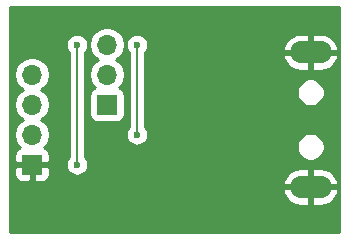
<source format=gbr>
%TF.GenerationSoftware,KiCad,Pcbnew,(5.1.8-0-10_14)*%
%TF.CreationDate,2020-12-28T11:36:20+08:00*%
%TF.ProjectId,HT42B534USB2UART,48543432-4235-4333-9455-534232554152,rev?*%
%TF.SameCoordinates,Original*%
%TF.FileFunction,Copper,L2,Bot*%
%TF.FilePolarity,Positive*%
%FSLAX46Y46*%
G04 Gerber Fmt 4.6, Leading zero omitted, Abs format (unit mm)*
G04 Created by KiCad (PCBNEW (5.1.8-0-10_14)) date 2020-12-28 11:36:20*
%MOMM*%
%LPD*%
G01*
G04 APERTURE LIST*
%TA.AperFunction,ComponentPad*%
%ADD10O,1.700000X1.700000*%
%TD*%
%TA.AperFunction,ComponentPad*%
%ADD11R,1.700000X1.700000*%
%TD*%
%TA.AperFunction,ComponentPad*%
%ADD12O,3.500000X1.900000*%
%TD*%
%TA.AperFunction,ViaPad*%
%ADD13C,0.600000*%
%TD*%
%TA.AperFunction,Conductor*%
%ADD14C,0.152400*%
%TD*%
%TA.AperFunction,Conductor*%
%ADD15C,0.254000*%
%TD*%
%TA.AperFunction,Conductor*%
%ADD16C,0.100000*%
%TD*%
G04 APERTURE END LIST*
D10*
%TO.P,J2,4*%
%TO.N,VDDA*%
X71120000Y-86360000D03*
%TO.P,J2,3*%
%TO.N,/TX*%
X71120000Y-88900000D03*
%TO.P,J2,2*%
%TO.N,/RX*%
X71120000Y-91440000D03*
D11*
%TO.P,J2,1*%
%TO.N,GND*%
X71120000Y-93980000D03*
%TD*%
D10*
%TO.P,J3,3*%
%TO.N,/V33O*%
X77470000Y-83820000D03*
%TO.P,J3,2*%
%TO.N,VDDA*%
X77470000Y-86360000D03*
D11*
%TO.P,J3,1*%
%TO.N,VDD*%
X77470000Y-88900000D03*
%TD*%
D12*
%TO.P,J1,5*%
%TO.N,GND*%
X94700000Y-95870000D03*
X94700000Y-84470000D03*
%TD*%
D13*
%TO.N,GND*%
X85090000Y-90170000D03*
X76200000Y-91440000D03*
%TO.N,VDDA*%
X74930000Y-93980000D03*
X74930000Y-83820000D03*
%TO.N,/V33O*%
X80010000Y-83820000D03*
X80010000Y-91440000D03*
%TD*%
D14*
%TO.N,VDDA*%
X74930000Y-93980000D02*
X74930000Y-83820000D01*
%TO.N,/V33O*%
X80010000Y-83820000D02*
X80010000Y-91440000D01*
%TD*%
D15*
%TO.N,GND*%
X97130001Y-99670000D02*
X69240000Y-99670000D01*
X69240000Y-96242588D01*
X92359414Y-96242588D01*
X92387051Y-96359221D01*
X92511564Y-96644983D01*
X92689434Y-96900962D01*
X92913825Y-97117322D01*
X93176114Y-97285748D01*
X93466222Y-97399768D01*
X93773000Y-97455000D01*
X94573000Y-97455000D01*
X94573000Y-95997000D01*
X94827000Y-95997000D01*
X94827000Y-97455000D01*
X95627000Y-97455000D01*
X95933778Y-97399768D01*
X96223886Y-97285748D01*
X96486175Y-97117322D01*
X96710566Y-96900962D01*
X96888436Y-96644983D01*
X97012949Y-96359221D01*
X97040586Y-96242588D01*
X96920584Y-95997000D01*
X94827000Y-95997000D01*
X94573000Y-95997000D01*
X92479416Y-95997000D01*
X92359414Y-96242588D01*
X69240000Y-96242588D01*
X69240000Y-95497412D01*
X92359414Y-95497412D01*
X92479416Y-95743000D01*
X94573000Y-95743000D01*
X94573000Y-94285000D01*
X94827000Y-94285000D01*
X94827000Y-95743000D01*
X96920584Y-95743000D01*
X97040586Y-95497412D01*
X97012949Y-95380779D01*
X96888436Y-95095017D01*
X96710566Y-94839038D01*
X96486175Y-94622678D01*
X96223886Y-94454252D01*
X95933778Y-94340232D01*
X95627000Y-94285000D01*
X94827000Y-94285000D01*
X94573000Y-94285000D01*
X93773000Y-94285000D01*
X93466222Y-94340232D01*
X93176114Y-94454252D01*
X92913825Y-94622678D01*
X92689434Y-94839038D01*
X92511564Y-95095017D01*
X92387051Y-95380779D01*
X92359414Y-95497412D01*
X69240000Y-95497412D01*
X69240000Y-94830000D01*
X69631928Y-94830000D01*
X69644188Y-94954482D01*
X69680498Y-95074180D01*
X69739463Y-95184494D01*
X69818815Y-95281185D01*
X69915506Y-95360537D01*
X70025820Y-95419502D01*
X70145518Y-95455812D01*
X70270000Y-95468072D01*
X70834250Y-95465000D01*
X70993000Y-95306250D01*
X70993000Y-94107000D01*
X71247000Y-94107000D01*
X71247000Y-95306250D01*
X71405750Y-95465000D01*
X71970000Y-95468072D01*
X72094482Y-95455812D01*
X72214180Y-95419502D01*
X72324494Y-95360537D01*
X72421185Y-95281185D01*
X72500537Y-95184494D01*
X72559502Y-95074180D01*
X72595812Y-94954482D01*
X72608072Y-94830000D01*
X72605000Y-94265750D01*
X72446250Y-94107000D01*
X71247000Y-94107000D01*
X70993000Y-94107000D01*
X69793750Y-94107000D01*
X69635000Y-94265750D01*
X69631928Y-94830000D01*
X69240000Y-94830000D01*
X69240000Y-93130000D01*
X69631928Y-93130000D01*
X69635000Y-93694250D01*
X69793750Y-93853000D01*
X70993000Y-93853000D01*
X70993000Y-93833000D01*
X71247000Y-93833000D01*
X71247000Y-93853000D01*
X72446250Y-93853000D01*
X72605000Y-93694250D01*
X72608072Y-93130000D01*
X72595812Y-93005518D01*
X72559502Y-92885820D01*
X72500537Y-92775506D01*
X72421185Y-92678815D01*
X72324494Y-92599463D01*
X72214180Y-92540498D01*
X72141620Y-92518487D01*
X72273475Y-92386632D01*
X72435990Y-92143411D01*
X72547932Y-91873158D01*
X72605000Y-91586260D01*
X72605000Y-91293740D01*
X72547932Y-91006842D01*
X72435990Y-90736589D01*
X72273475Y-90493368D01*
X72066632Y-90286525D01*
X71892240Y-90170000D01*
X72066632Y-90053475D01*
X72273475Y-89846632D01*
X72435990Y-89603411D01*
X72547932Y-89333158D01*
X72605000Y-89046260D01*
X72605000Y-88753740D01*
X72547932Y-88466842D01*
X72435990Y-88196589D01*
X72273475Y-87953368D01*
X72066632Y-87746525D01*
X71892240Y-87630000D01*
X72066632Y-87513475D01*
X72273475Y-87306632D01*
X72435990Y-87063411D01*
X72547932Y-86793158D01*
X72605000Y-86506260D01*
X72605000Y-86213740D01*
X72547932Y-85926842D01*
X72435990Y-85656589D01*
X72273475Y-85413368D01*
X72066632Y-85206525D01*
X71823411Y-85044010D01*
X71553158Y-84932068D01*
X71266260Y-84875000D01*
X70973740Y-84875000D01*
X70686842Y-84932068D01*
X70416589Y-85044010D01*
X70173368Y-85206525D01*
X69966525Y-85413368D01*
X69804010Y-85656589D01*
X69692068Y-85926842D01*
X69635000Y-86213740D01*
X69635000Y-86506260D01*
X69692068Y-86793158D01*
X69804010Y-87063411D01*
X69966525Y-87306632D01*
X70173368Y-87513475D01*
X70347760Y-87630000D01*
X70173368Y-87746525D01*
X69966525Y-87953368D01*
X69804010Y-88196589D01*
X69692068Y-88466842D01*
X69635000Y-88753740D01*
X69635000Y-89046260D01*
X69692068Y-89333158D01*
X69804010Y-89603411D01*
X69966525Y-89846632D01*
X70173368Y-90053475D01*
X70347760Y-90170000D01*
X70173368Y-90286525D01*
X69966525Y-90493368D01*
X69804010Y-90736589D01*
X69692068Y-91006842D01*
X69635000Y-91293740D01*
X69635000Y-91586260D01*
X69692068Y-91873158D01*
X69804010Y-92143411D01*
X69966525Y-92386632D01*
X70098380Y-92518487D01*
X70025820Y-92540498D01*
X69915506Y-92599463D01*
X69818815Y-92678815D01*
X69739463Y-92775506D01*
X69680498Y-92885820D01*
X69644188Y-93005518D01*
X69631928Y-93130000D01*
X69240000Y-93130000D01*
X69240000Y-83727911D01*
X73995000Y-83727911D01*
X73995000Y-83912089D01*
X74030932Y-84092729D01*
X74101414Y-84262889D01*
X74203738Y-84416028D01*
X74218801Y-84431091D01*
X74218800Y-93368910D01*
X74203738Y-93383972D01*
X74101414Y-93537111D01*
X74030932Y-93707271D01*
X73995000Y-93887911D01*
X73995000Y-94072089D01*
X74030932Y-94252729D01*
X74101414Y-94422889D01*
X74203738Y-94576028D01*
X74333972Y-94706262D01*
X74487111Y-94808586D01*
X74657271Y-94879068D01*
X74837911Y-94915000D01*
X75022089Y-94915000D01*
X75202729Y-94879068D01*
X75372889Y-94808586D01*
X75526028Y-94706262D01*
X75656262Y-94576028D01*
X75758586Y-94422889D01*
X75829068Y-94252729D01*
X75865000Y-94072089D01*
X75865000Y-93887911D01*
X75829068Y-93707271D01*
X75758586Y-93537111D01*
X75656262Y-93383972D01*
X75641200Y-93368910D01*
X75641200Y-88050000D01*
X75981928Y-88050000D01*
X75981928Y-89750000D01*
X75994188Y-89874482D01*
X76030498Y-89994180D01*
X76089463Y-90104494D01*
X76168815Y-90201185D01*
X76265506Y-90280537D01*
X76375820Y-90339502D01*
X76495518Y-90375812D01*
X76620000Y-90388072D01*
X78320000Y-90388072D01*
X78444482Y-90375812D01*
X78564180Y-90339502D01*
X78674494Y-90280537D01*
X78771185Y-90201185D01*
X78850537Y-90104494D01*
X78909502Y-89994180D01*
X78945812Y-89874482D01*
X78958072Y-89750000D01*
X78958072Y-88050000D01*
X78945812Y-87925518D01*
X78909502Y-87805820D01*
X78850537Y-87695506D01*
X78771185Y-87598815D01*
X78674494Y-87519463D01*
X78564180Y-87460498D01*
X78491620Y-87438487D01*
X78623475Y-87306632D01*
X78785990Y-87063411D01*
X78897932Y-86793158D01*
X78955000Y-86506260D01*
X78955000Y-86213740D01*
X78897932Y-85926842D01*
X78785990Y-85656589D01*
X78623475Y-85413368D01*
X78416632Y-85206525D01*
X78242240Y-85090000D01*
X78416632Y-84973475D01*
X78623475Y-84766632D01*
X78785990Y-84523411D01*
X78897932Y-84253158D01*
X78955000Y-83966260D01*
X78955000Y-83727911D01*
X79075000Y-83727911D01*
X79075000Y-83912089D01*
X79110932Y-84092729D01*
X79181414Y-84262889D01*
X79283738Y-84416028D01*
X79298800Y-84431090D01*
X79298801Y-90828909D01*
X79283738Y-90843972D01*
X79181414Y-90997111D01*
X79110932Y-91167271D01*
X79075000Y-91347911D01*
X79075000Y-91532089D01*
X79110932Y-91712729D01*
X79181414Y-91882889D01*
X79283738Y-92036028D01*
X79413972Y-92166262D01*
X79567111Y-92268586D01*
X79737271Y-92339068D01*
X79917911Y-92375000D01*
X80102089Y-92375000D01*
X80211241Y-92353288D01*
X93515000Y-92353288D01*
X93515000Y-92586712D01*
X93560539Y-92815652D01*
X93649866Y-93031308D01*
X93779550Y-93225394D01*
X93944606Y-93390450D01*
X94138692Y-93520134D01*
X94354348Y-93609461D01*
X94583288Y-93655000D01*
X94816712Y-93655000D01*
X95045652Y-93609461D01*
X95261308Y-93520134D01*
X95455394Y-93390450D01*
X95620450Y-93225394D01*
X95750134Y-93031308D01*
X95839461Y-92815652D01*
X95885000Y-92586712D01*
X95885000Y-92353288D01*
X95839461Y-92124348D01*
X95750134Y-91908692D01*
X95620450Y-91714606D01*
X95455394Y-91549550D01*
X95261308Y-91419866D01*
X95045652Y-91330539D01*
X94816712Y-91285000D01*
X94583288Y-91285000D01*
X94354348Y-91330539D01*
X94138692Y-91419866D01*
X93944606Y-91549550D01*
X93779550Y-91714606D01*
X93649866Y-91908692D01*
X93560539Y-92124348D01*
X93515000Y-92353288D01*
X80211241Y-92353288D01*
X80282729Y-92339068D01*
X80452889Y-92268586D01*
X80606028Y-92166262D01*
X80736262Y-92036028D01*
X80838586Y-91882889D01*
X80909068Y-91712729D01*
X80945000Y-91532089D01*
X80945000Y-91347911D01*
X80909068Y-91167271D01*
X80838586Y-90997111D01*
X80736262Y-90843972D01*
X80721200Y-90828910D01*
X80721200Y-87753288D01*
X93515000Y-87753288D01*
X93515000Y-87986712D01*
X93560539Y-88215652D01*
X93649866Y-88431308D01*
X93779550Y-88625394D01*
X93944606Y-88790450D01*
X94138692Y-88920134D01*
X94354348Y-89009461D01*
X94583288Y-89055000D01*
X94816712Y-89055000D01*
X95045652Y-89009461D01*
X95261308Y-88920134D01*
X95455394Y-88790450D01*
X95620450Y-88625394D01*
X95750134Y-88431308D01*
X95839461Y-88215652D01*
X95885000Y-87986712D01*
X95885000Y-87753288D01*
X95839461Y-87524348D01*
X95750134Y-87308692D01*
X95620450Y-87114606D01*
X95455394Y-86949550D01*
X95261308Y-86819866D01*
X95045652Y-86730539D01*
X94816712Y-86685000D01*
X94583288Y-86685000D01*
X94354348Y-86730539D01*
X94138692Y-86819866D01*
X93944606Y-86949550D01*
X93779550Y-87114606D01*
X93649866Y-87308692D01*
X93560539Y-87524348D01*
X93515000Y-87753288D01*
X80721200Y-87753288D01*
X80721200Y-84842588D01*
X92359414Y-84842588D01*
X92387051Y-84959221D01*
X92511564Y-85244983D01*
X92689434Y-85500962D01*
X92913825Y-85717322D01*
X93176114Y-85885748D01*
X93466222Y-85999768D01*
X93773000Y-86055000D01*
X94573000Y-86055000D01*
X94573000Y-84597000D01*
X94827000Y-84597000D01*
X94827000Y-86055000D01*
X95627000Y-86055000D01*
X95933778Y-85999768D01*
X96223886Y-85885748D01*
X96486175Y-85717322D01*
X96710566Y-85500962D01*
X96888436Y-85244983D01*
X97012949Y-84959221D01*
X97040586Y-84842588D01*
X96920584Y-84597000D01*
X94827000Y-84597000D01*
X94573000Y-84597000D01*
X92479416Y-84597000D01*
X92359414Y-84842588D01*
X80721200Y-84842588D01*
X80721200Y-84431090D01*
X80736262Y-84416028D01*
X80838586Y-84262889D01*
X80907128Y-84097412D01*
X92359414Y-84097412D01*
X92479416Y-84343000D01*
X94573000Y-84343000D01*
X94573000Y-82885000D01*
X94827000Y-82885000D01*
X94827000Y-84343000D01*
X96920584Y-84343000D01*
X97040586Y-84097412D01*
X97012949Y-83980779D01*
X96888436Y-83695017D01*
X96710566Y-83439038D01*
X96486175Y-83222678D01*
X96223886Y-83054252D01*
X95933778Y-82940232D01*
X95627000Y-82885000D01*
X94827000Y-82885000D01*
X94573000Y-82885000D01*
X93773000Y-82885000D01*
X93466222Y-82940232D01*
X93176114Y-83054252D01*
X92913825Y-83222678D01*
X92689434Y-83439038D01*
X92511564Y-83695017D01*
X92387051Y-83980779D01*
X92359414Y-84097412D01*
X80907128Y-84097412D01*
X80909068Y-84092729D01*
X80945000Y-83912089D01*
X80945000Y-83727911D01*
X80909068Y-83547271D01*
X80838586Y-83377111D01*
X80736262Y-83223972D01*
X80606028Y-83093738D01*
X80452889Y-82991414D01*
X80282729Y-82920932D01*
X80102089Y-82885000D01*
X79917911Y-82885000D01*
X79737271Y-82920932D01*
X79567111Y-82991414D01*
X79413972Y-83093738D01*
X79283738Y-83223972D01*
X79181414Y-83377111D01*
X79110932Y-83547271D01*
X79075000Y-83727911D01*
X78955000Y-83727911D01*
X78955000Y-83673740D01*
X78897932Y-83386842D01*
X78785990Y-83116589D01*
X78623475Y-82873368D01*
X78416632Y-82666525D01*
X78173411Y-82504010D01*
X77903158Y-82392068D01*
X77616260Y-82335000D01*
X77323740Y-82335000D01*
X77036842Y-82392068D01*
X76766589Y-82504010D01*
X76523368Y-82666525D01*
X76316525Y-82873368D01*
X76154010Y-83116589D01*
X76042068Y-83386842D01*
X75985000Y-83673740D01*
X75985000Y-83966260D01*
X76042068Y-84253158D01*
X76154010Y-84523411D01*
X76316525Y-84766632D01*
X76523368Y-84973475D01*
X76697760Y-85090000D01*
X76523368Y-85206525D01*
X76316525Y-85413368D01*
X76154010Y-85656589D01*
X76042068Y-85926842D01*
X75985000Y-86213740D01*
X75985000Y-86506260D01*
X76042068Y-86793158D01*
X76154010Y-87063411D01*
X76316525Y-87306632D01*
X76448380Y-87438487D01*
X76375820Y-87460498D01*
X76265506Y-87519463D01*
X76168815Y-87598815D01*
X76089463Y-87695506D01*
X76030498Y-87805820D01*
X75994188Y-87925518D01*
X75981928Y-88050000D01*
X75641200Y-88050000D01*
X75641200Y-84431090D01*
X75656262Y-84416028D01*
X75758586Y-84262889D01*
X75829068Y-84092729D01*
X75865000Y-83912089D01*
X75865000Y-83727911D01*
X75829068Y-83547271D01*
X75758586Y-83377111D01*
X75656262Y-83223972D01*
X75526028Y-83093738D01*
X75372889Y-82991414D01*
X75202729Y-82920932D01*
X75022089Y-82885000D01*
X74837911Y-82885000D01*
X74657271Y-82920932D01*
X74487111Y-82991414D01*
X74333972Y-83093738D01*
X74203738Y-83223972D01*
X74101414Y-83377111D01*
X74030932Y-83547271D01*
X73995000Y-83727911D01*
X69240000Y-83727911D01*
X69240000Y-80670000D01*
X97130000Y-80670000D01*
X97130001Y-99670000D01*
%TA.AperFunction,Conductor*%
D16*
G36*
X97130001Y-99670000D02*
G01*
X69240000Y-99670000D01*
X69240000Y-96242588D01*
X92359414Y-96242588D01*
X92387051Y-96359221D01*
X92511564Y-96644983D01*
X92689434Y-96900962D01*
X92913825Y-97117322D01*
X93176114Y-97285748D01*
X93466222Y-97399768D01*
X93773000Y-97455000D01*
X94573000Y-97455000D01*
X94573000Y-95997000D01*
X94827000Y-95997000D01*
X94827000Y-97455000D01*
X95627000Y-97455000D01*
X95933778Y-97399768D01*
X96223886Y-97285748D01*
X96486175Y-97117322D01*
X96710566Y-96900962D01*
X96888436Y-96644983D01*
X97012949Y-96359221D01*
X97040586Y-96242588D01*
X96920584Y-95997000D01*
X94827000Y-95997000D01*
X94573000Y-95997000D01*
X92479416Y-95997000D01*
X92359414Y-96242588D01*
X69240000Y-96242588D01*
X69240000Y-95497412D01*
X92359414Y-95497412D01*
X92479416Y-95743000D01*
X94573000Y-95743000D01*
X94573000Y-94285000D01*
X94827000Y-94285000D01*
X94827000Y-95743000D01*
X96920584Y-95743000D01*
X97040586Y-95497412D01*
X97012949Y-95380779D01*
X96888436Y-95095017D01*
X96710566Y-94839038D01*
X96486175Y-94622678D01*
X96223886Y-94454252D01*
X95933778Y-94340232D01*
X95627000Y-94285000D01*
X94827000Y-94285000D01*
X94573000Y-94285000D01*
X93773000Y-94285000D01*
X93466222Y-94340232D01*
X93176114Y-94454252D01*
X92913825Y-94622678D01*
X92689434Y-94839038D01*
X92511564Y-95095017D01*
X92387051Y-95380779D01*
X92359414Y-95497412D01*
X69240000Y-95497412D01*
X69240000Y-94830000D01*
X69631928Y-94830000D01*
X69644188Y-94954482D01*
X69680498Y-95074180D01*
X69739463Y-95184494D01*
X69818815Y-95281185D01*
X69915506Y-95360537D01*
X70025820Y-95419502D01*
X70145518Y-95455812D01*
X70270000Y-95468072D01*
X70834250Y-95465000D01*
X70993000Y-95306250D01*
X70993000Y-94107000D01*
X71247000Y-94107000D01*
X71247000Y-95306250D01*
X71405750Y-95465000D01*
X71970000Y-95468072D01*
X72094482Y-95455812D01*
X72214180Y-95419502D01*
X72324494Y-95360537D01*
X72421185Y-95281185D01*
X72500537Y-95184494D01*
X72559502Y-95074180D01*
X72595812Y-94954482D01*
X72608072Y-94830000D01*
X72605000Y-94265750D01*
X72446250Y-94107000D01*
X71247000Y-94107000D01*
X70993000Y-94107000D01*
X69793750Y-94107000D01*
X69635000Y-94265750D01*
X69631928Y-94830000D01*
X69240000Y-94830000D01*
X69240000Y-93130000D01*
X69631928Y-93130000D01*
X69635000Y-93694250D01*
X69793750Y-93853000D01*
X70993000Y-93853000D01*
X70993000Y-93833000D01*
X71247000Y-93833000D01*
X71247000Y-93853000D01*
X72446250Y-93853000D01*
X72605000Y-93694250D01*
X72608072Y-93130000D01*
X72595812Y-93005518D01*
X72559502Y-92885820D01*
X72500537Y-92775506D01*
X72421185Y-92678815D01*
X72324494Y-92599463D01*
X72214180Y-92540498D01*
X72141620Y-92518487D01*
X72273475Y-92386632D01*
X72435990Y-92143411D01*
X72547932Y-91873158D01*
X72605000Y-91586260D01*
X72605000Y-91293740D01*
X72547932Y-91006842D01*
X72435990Y-90736589D01*
X72273475Y-90493368D01*
X72066632Y-90286525D01*
X71892240Y-90170000D01*
X72066632Y-90053475D01*
X72273475Y-89846632D01*
X72435990Y-89603411D01*
X72547932Y-89333158D01*
X72605000Y-89046260D01*
X72605000Y-88753740D01*
X72547932Y-88466842D01*
X72435990Y-88196589D01*
X72273475Y-87953368D01*
X72066632Y-87746525D01*
X71892240Y-87630000D01*
X72066632Y-87513475D01*
X72273475Y-87306632D01*
X72435990Y-87063411D01*
X72547932Y-86793158D01*
X72605000Y-86506260D01*
X72605000Y-86213740D01*
X72547932Y-85926842D01*
X72435990Y-85656589D01*
X72273475Y-85413368D01*
X72066632Y-85206525D01*
X71823411Y-85044010D01*
X71553158Y-84932068D01*
X71266260Y-84875000D01*
X70973740Y-84875000D01*
X70686842Y-84932068D01*
X70416589Y-85044010D01*
X70173368Y-85206525D01*
X69966525Y-85413368D01*
X69804010Y-85656589D01*
X69692068Y-85926842D01*
X69635000Y-86213740D01*
X69635000Y-86506260D01*
X69692068Y-86793158D01*
X69804010Y-87063411D01*
X69966525Y-87306632D01*
X70173368Y-87513475D01*
X70347760Y-87630000D01*
X70173368Y-87746525D01*
X69966525Y-87953368D01*
X69804010Y-88196589D01*
X69692068Y-88466842D01*
X69635000Y-88753740D01*
X69635000Y-89046260D01*
X69692068Y-89333158D01*
X69804010Y-89603411D01*
X69966525Y-89846632D01*
X70173368Y-90053475D01*
X70347760Y-90170000D01*
X70173368Y-90286525D01*
X69966525Y-90493368D01*
X69804010Y-90736589D01*
X69692068Y-91006842D01*
X69635000Y-91293740D01*
X69635000Y-91586260D01*
X69692068Y-91873158D01*
X69804010Y-92143411D01*
X69966525Y-92386632D01*
X70098380Y-92518487D01*
X70025820Y-92540498D01*
X69915506Y-92599463D01*
X69818815Y-92678815D01*
X69739463Y-92775506D01*
X69680498Y-92885820D01*
X69644188Y-93005518D01*
X69631928Y-93130000D01*
X69240000Y-93130000D01*
X69240000Y-83727911D01*
X73995000Y-83727911D01*
X73995000Y-83912089D01*
X74030932Y-84092729D01*
X74101414Y-84262889D01*
X74203738Y-84416028D01*
X74218801Y-84431091D01*
X74218800Y-93368910D01*
X74203738Y-93383972D01*
X74101414Y-93537111D01*
X74030932Y-93707271D01*
X73995000Y-93887911D01*
X73995000Y-94072089D01*
X74030932Y-94252729D01*
X74101414Y-94422889D01*
X74203738Y-94576028D01*
X74333972Y-94706262D01*
X74487111Y-94808586D01*
X74657271Y-94879068D01*
X74837911Y-94915000D01*
X75022089Y-94915000D01*
X75202729Y-94879068D01*
X75372889Y-94808586D01*
X75526028Y-94706262D01*
X75656262Y-94576028D01*
X75758586Y-94422889D01*
X75829068Y-94252729D01*
X75865000Y-94072089D01*
X75865000Y-93887911D01*
X75829068Y-93707271D01*
X75758586Y-93537111D01*
X75656262Y-93383972D01*
X75641200Y-93368910D01*
X75641200Y-88050000D01*
X75981928Y-88050000D01*
X75981928Y-89750000D01*
X75994188Y-89874482D01*
X76030498Y-89994180D01*
X76089463Y-90104494D01*
X76168815Y-90201185D01*
X76265506Y-90280537D01*
X76375820Y-90339502D01*
X76495518Y-90375812D01*
X76620000Y-90388072D01*
X78320000Y-90388072D01*
X78444482Y-90375812D01*
X78564180Y-90339502D01*
X78674494Y-90280537D01*
X78771185Y-90201185D01*
X78850537Y-90104494D01*
X78909502Y-89994180D01*
X78945812Y-89874482D01*
X78958072Y-89750000D01*
X78958072Y-88050000D01*
X78945812Y-87925518D01*
X78909502Y-87805820D01*
X78850537Y-87695506D01*
X78771185Y-87598815D01*
X78674494Y-87519463D01*
X78564180Y-87460498D01*
X78491620Y-87438487D01*
X78623475Y-87306632D01*
X78785990Y-87063411D01*
X78897932Y-86793158D01*
X78955000Y-86506260D01*
X78955000Y-86213740D01*
X78897932Y-85926842D01*
X78785990Y-85656589D01*
X78623475Y-85413368D01*
X78416632Y-85206525D01*
X78242240Y-85090000D01*
X78416632Y-84973475D01*
X78623475Y-84766632D01*
X78785990Y-84523411D01*
X78897932Y-84253158D01*
X78955000Y-83966260D01*
X78955000Y-83727911D01*
X79075000Y-83727911D01*
X79075000Y-83912089D01*
X79110932Y-84092729D01*
X79181414Y-84262889D01*
X79283738Y-84416028D01*
X79298800Y-84431090D01*
X79298801Y-90828909D01*
X79283738Y-90843972D01*
X79181414Y-90997111D01*
X79110932Y-91167271D01*
X79075000Y-91347911D01*
X79075000Y-91532089D01*
X79110932Y-91712729D01*
X79181414Y-91882889D01*
X79283738Y-92036028D01*
X79413972Y-92166262D01*
X79567111Y-92268586D01*
X79737271Y-92339068D01*
X79917911Y-92375000D01*
X80102089Y-92375000D01*
X80211241Y-92353288D01*
X93515000Y-92353288D01*
X93515000Y-92586712D01*
X93560539Y-92815652D01*
X93649866Y-93031308D01*
X93779550Y-93225394D01*
X93944606Y-93390450D01*
X94138692Y-93520134D01*
X94354348Y-93609461D01*
X94583288Y-93655000D01*
X94816712Y-93655000D01*
X95045652Y-93609461D01*
X95261308Y-93520134D01*
X95455394Y-93390450D01*
X95620450Y-93225394D01*
X95750134Y-93031308D01*
X95839461Y-92815652D01*
X95885000Y-92586712D01*
X95885000Y-92353288D01*
X95839461Y-92124348D01*
X95750134Y-91908692D01*
X95620450Y-91714606D01*
X95455394Y-91549550D01*
X95261308Y-91419866D01*
X95045652Y-91330539D01*
X94816712Y-91285000D01*
X94583288Y-91285000D01*
X94354348Y-91330539D01*
X94138692Y-91419866D01*
X93944606Y-91549550D01*
X93779550Y-91714606D01*
X93649866Y-91908692D01*
X93560539Y-92124348D01*
X93515000Y-92353288D01*
X80211241Y-92353288D01*
X80282729Y-92339068D01*
X80452889Y-92268586D01*
X80606028Y-92166262D01*
X80736262Y-92036028D01*
X80838586Y-91882889D01*
X80909068Y-91712729D01*
X80945000Y-91532089D01*
X80945000Y-91347911D01*
X80909068Y-91167271D01*
X80838586Y-90997111D01*
X80736262Y-90843972D01*
X80721200Y-90828910D01*
X80721200Y-87753288D01*
X93515000Y-87753288D01*
X93515000Y-87986712D01*
X93560539Y-88215652D01*
X93649866Y-88431308D01*
X93779550Y-88625394D01*
X93944606Y-88790450D01*
X94138692Y-88920134D01*
X94354348Y-89009461D01*
X94583288Y-89055000D01*
X94816712Y-89055000D01*
X95045652Y-89009461D01*
X95261308Y-88920134D01*
X95455394Y-88790450D01*
X95620450Y-88625394D01*
X95750134Y-88431308D01*
X95839461Y-88215652D01*
X95885000Y-87986712D01*
X95885000Y-87753288D01*
X95839461Y-87524348D01*
X95750134Y-87308692D01*
X95620450Y-87114606D01*
X95455394Y-86949550D01*
X95261308Y-86819866D01*
X95045652Y-86730539D01*
X94816712Y-86685000D01*
X94583288Y-86685000D01*
X94354348Y-86730539D01*
X94138692Y-86819866D01*
X93944606Y-86949550D01*
X93779550Y-87114606D01*
X93649866Y-87308692D01*
X93560539Y-87524348D01*
X93515000Y-87753288D01*
X80721200Y-87753288D01*
X80721200Y-84842588D01*
X92359414Y-84842588D01*
X92387051Y-84959221D01*
X92511564Y-85244983D01*
X92689434Y-85500962D01*
X92913825Y-85717322D01*
X93176114Y-85885748D01*
X93466222Y-85999768D01*
X93773000Y-86055000D01*
X94573000Y-86055000D01*
X94573000Y-84597000D01*
X94827000Y-84597000D01*
X94827000Y-86055000D01*
X95627000Y-86055000D01*
X95933778Y-85999768D01*
X96223886Y-85885748D01*
X96486175Y-85717322D01*
X96710566Y-85500962D01*
X96888436Y-85244983D01*
X97012949Y-84959221D01*
X97040586Y-84842588D01*
X96920584Y-84597000D01*
X94827000Y-84597000D01*
X94573000Y-84597000D01*
X92479416Y-84597000D01*
X92359414Y-84842588D01*
X80721200Y-84842588D01*
X80721200Y-84431090D01*
X80736262Y-84416028D01*
X80838586Y-84262889D01*
X80907128Y-84097412D01*
X92359414Y-84097412D01*
X92479416Y-84343000D01*
X94573000Y-84343000D01*
X94573000Y-82885000D01*
X94827000Y-82885000D01*
X94827000Y-84343000D01*
X96920584Y-84343000D01*
X97040586Y-84097412D01*
X97012949Y-83980779D01*
X96888436Y-83695017D01*
X96710566Y-83439038D01*
X96486175Y-83222678D01*
X96223886Y-83054252D01*
X95933778Y-82940232D01*
X95627000Y-82885000D01*
X94827000Y-82885000D01*
X94573000Y-82885000D01*
X93773000Y-82885000D01*
X93466222Y-82940232D01*
X93176114Y-83054252D01*
X92913825Y-83222678D01*
X92689434Y-83439038D01*
X92511564Y-83695017D01*
X92387051Y-83980779D01*
X92359414Y-84097412D01*
X80907128Y-84097412D01*
X80909068Y-84092729D01*
X80945000Y-83912089D01*
X80945000Y-83727911D01*
X80909068Y-83547271D01*
X80838586Y-83377111D01*
X80736262Y-83223972D01*
X80606028Y-83093738D01*
X80452889Y-82991414D01*
X80282729Y-82920932D01*
X80102089Y-82885000D01*
X79917911Y-82885000D01*
X79737271Y-82920932D01*
X79567111Y-82991414D01*
X79413972Y-83093738D01*
X79283738Y-83223972D01*
X79181414Y-83377111D01*
X79110932Y-83547271D01*
X79075000Y-83727911D01*
X78955000Y-83727911D01*
X78955000Y-83673740D01*
X78897932Y-83386842D01*
X78785990Y-83116589D01*
X78623475Y-82873368D01*
X78416632Y-82666525D01*
X78173411Y-82504010D01*
X77903158Y-82392068D01*
X77616260Y-82335000D01*
X77323740Y-82335000D01*
X77036842Y-82392068D01*
X76766589Y-82504010D01*
X76523368Y-82666525D01*
X76316525Y-82873368D01*
X76154010Y-83116589D01*
X76042068Y-83386842D01*
X75985000Y-83673740D01*
X75985000Y-83966260D01*
X76042068Y-84253158D01*
X76154010Y-84523411D01*
X76316525Y-84766632D01*
X76523368Y-84973475D01*
X76697760Y-85090000D01*
X76523368Y-85206525D01*
X76316525Y-85413368D01*
X76154010Y-85656589D01*
X76042068Y-85926842D01*
X75985000Y-86213740D01*
X75985000Y-86506260D01*
X76042068Y-86793158D01*
X76154010Y-87063411D01*
X76316525Y-87306632D01*
X76448380Y-87438487D01*
X76375820Y-87460498D01*
X76265506Y-87519463D01*
X76168815Y-87598815D01*
X76089463Y-87695506D01*
X76030498Y-87805820D01*
X75994188Y-87925518D01*
X75981928Y-88050000D01*
X75641200Y-88050000D01*
X75641200Y-84431090D01*
X75656262Y-84416028D01*
X75758586Y-84262889D01*
X75829068Y-84092729D01*
X75865000Y-83912089D01*
X75865000Y-83727911D01*
X75829068Y-83547271D01*
X75758586Y-83377111D01*
X75656262Y-83223972D01*
X75526028Y-83093738D01*
X75372889Y-82991414D01*
X75202729Y-82920932D01*
X75022089Y-82885000D01*
X74837911Y-82885000D01*
X74657271Y-82920932D01*
X74487111Y-82991414D01*
X74333972Y-83093738D01*
X74203738Y-83223972D01*
X74101414Y-83377111D01*
X74030932Y-83547271D01*
X73995000Y-83727911D01*
X69240000Y-83727911D01*
X69240000Y-80670000D01*
X97130000Y-80670000D01*
X97130001Y-99670000D01*
G37*
%TD.AperFunction*%
%TD*%
M02*

</source>
